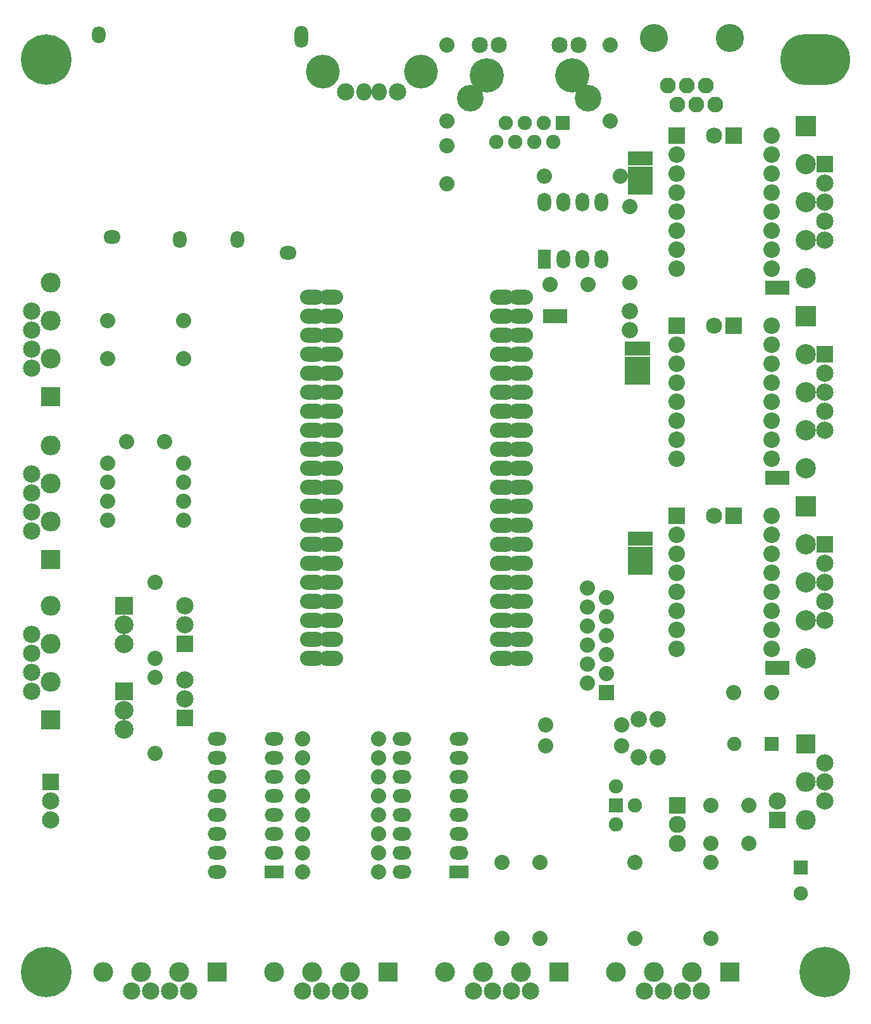
<source format=gbs>
G04 (created by PCBNEW-RS274X (2012-01-19 BZR 3256)-stable) date Fri 03 Jan 2014 10:12:11 AM CET*
G01*
G70*
G90*
%MOIN*%
G04 Gerber Fmt 3.4, Leading zero omitted, Abs format*
%FSLAX34Y34*%
G04 APERTURE LIST*
%ADD10C,0.006000*%
%ADD11R,0.071200X0.098700*%
%ADD12O,0.071200X0.098700*%
%ADD13C,0.090000*%
%ADD14R,0.090000X0.090000*%
%ADD15R,0.098700X0.071200*%
%ADD16O,0.098700X0.071200*%
%ADD17O,0.126300X0.079100*%
%ADD18R,0.067200X0.077000*%
%ADD19C,0.180000*%
%ADD20R,0.075000X0.075000*%
%ADD21C,0.075000*%
%ADD22C,0.140000*%
%ADD23C,0.085000*%
%ADD24C,0.080000*%
%ADD25C,0.086000*%
%ADD26C,0.098700*%
%ADD27R,0.094800X0.094800*%
%ADD28O,0.079100X0.090900*%
%ADD29C,0.090900*%
%ADD30C,0.177500*%
%ADD31R,0.085000X0.085000*%
%ADD32R,0.090900X0.090900*%
%ADD33C,0.083000*%
%ADD34C,0.148000*%
%ADD35R,0.080000X0.080000*%
%ADD36O,0.370400X0.266100*%
%ADD37C,0.266100*%
%ADD38R,0.086900X0.086900*%
%ADD39C,0.086900*%
%ADD40R,0.104600X0.104600*%
%ADD41C,0.104600*%
%ADD42R,0.106600X0.106600*%
%ADD43C,0.106600*%
%ADD44O,0.090400X0.070900*%
%ADD45O,0.070900X0.090400*%
%ADD46O,0.070900X0.117800*%
G04 APERTURE END LIST*
G54D10*
G54D11*
X40250Y-26500D03*
G54D12*
X41250Y-26500D03*
X42250Y-26500D03*
X43250Y-26500D03*
X43250Y-23500D03*
X42250Y-23500D03*
X41250Y-23500D03*
X40250Y-23500D03*
G54D13*
X47250Y-57250D03*
X47250Y-56250D03*
G54D14*
X47250Y-55250D03*
G54D15*
X26000Y-58750D03*
G54D16*
X26000Y-57750D03*
X26000Y-56750D03*
X26000Y-55750D03*
X26000Y-54750D03*
X26000Y-53750D03*
X26000Y-52750D03*
X26000Y-51750D03*
X23000Y-51750D03*
X23000Y-52750D03*
X23000Y-53750D03*
X23000Y-54750D03*
X23000Y-55750D03*
X23000Y-56750D03*
X23000Y-57750D03*
X23000Y-58750D03*
G54D15*
X35750Y-58750D03*
G54D16*
X35750Y-57750D03*
X35750Y-56750D03*
X35750Y-55750D03*
X35750Y-54750D03*
X35750Y-53750D03*
X35750Y-52750D03*
X35750Y-51750D03*
X32750Y-51750D03*
X32750Y-52750D03*
X32750Y-53750D03*
X32750Y-54750D03*
X32750Y-55750D03*
X32750Y-56750D03*
X32750Y-57750D03*
X32750Y-58750D03*
G54D17*
X39000Y-28500D03*
X39000Y-29500D03*
X39000Y-30500D03*
X39000Y-31500D03*
X39000Y-32500D03*
X39000Y-33500D03*
X39000Y-34500D03*
X39000Y-35500D03*
X39000Y-36500D03*
X39000Y-37500D03*
X39000Y-38500D03*
X39000Y-39500D03*
X39000Y-40500D03*
X39000Y-41500D03*
X39000Y-42500D03*
X39000Y-43500D03*
X39000Y-44500D03*
X39000Y-45500D03*
X39000Y-46500D03*
X39000Y-47500D03*
X28000Y-47500D03*
X28000Y-46500D03*
X28000Y-45500D03*
X28000Y-44500D03*
X28000Y-43500D03*
X28000Y-42500D03*
X28000Y-41500D03*
X28000Y-40500D03*
X28000Y-39500D03*
X28000Y-38500D03*
X28000Y-37500D03*
X28000Y-36500D03*
X28000Y-35500D03*
X28000Y-34500D03*
X28000Y-33500D03*
X28000Y-32500D03*
X28000Y-31500D03*
X28000Y-30500D03*
X28000Y-29500D03*
X28000Y-28500D03*
X29000Y-28500D03*
X29000Y-29500D03*
X29000Y-30500D03*
X29000Y-31500D03*
X29000Y-32500D03*
X29000Y-33500D03*
X29000Y-34500D03*
X29000Y-35500D03*
X29000Y-36500D03*
X29000Y-37500D03*
X29000Y-38500D03*
X29000Y-39500D03*
X29000Y-40500D03*
X29000Y-41500D03*
X29000Y-42500D03*
X29000Y-43500D03*
X29000Y-44500D03*
X29000Y-45500D03*
X29000Y-46500D03*
X29000Y-47500D03*
X38000Y-47500D03*
X38000Y-46500D03*
X38000Y-45500D03*
X38000Y-44500D03*
X38000Y-43500D03*
X38000Y-42500D03*
X38000Y-41500D03*
X38000Y-40500D03*
X38000Y-39500D03*
X38000Y-38500D03*
X38000Y-37500D03*
X38000Y-36500D03*
X38000Y-35500D03*
X38000Y-34500D03*
X38000Y-33500D03*
X38000Y-32500D03*
X38000Y-31500D03*
X38000Y-30500D03*
X38000Y-29500D03*
X38000Y-28500D03*
G54D18*
X41100Y-29500D03*
X40500Y-29500D03*
X52800Y-28000D03*
X52200Y-28000D03*
X52800Y-38000D03*
X52200Y-38000D03*
X52800Y-48000D03*
X52200Y-48000D03*
G54D19*
X37200Y-16850D03*
X41700Y-16850D03*
G54D20*
X41200Y-19350D03*
G54D21*
X40700Y-20350D03*
X40200Y-19350D03*
X39700Y-20350D03*
X39200Y-19350D03*
X38700Y-20350D03*
X38200Y-19350D03*
X37700Y-20350D03*
G54D22*
X42550Y-18050D03*
X36350Y-18050D03*
G54D23*
X42050Y-15250D03*
X41060Y-15250D03*
X37840Y-15250D03*
X36850Y-15250D03*
G54D24*
X50200Y-49300D03*
X52200Y-49300D03*
X20250Y-36100D03*
X18250Y-36100D03*
X35100Y-22550D03*
X35100Y-20550D03*
X51000Y-57250D03*
X49000Y-57250D03*
X51000Y-55250D03*
X49000Y-55250D03*
G54D25*
X44750Y-29250D03*
X44750Y-30250D03*
X45200Y-50700D03*
X46200Y-50700D03*
G54D20*
X52200Y-52000D03*
G54D21*
X50231Y-52000D03*
G54D20*
X53750Y-58500D03*
G54D21*
X53750Y-59878D03*
G54D26*
X18100Y-51250D03*
X18100Y-50250D03*
G54D27*
X18100Y-49250D03*
G54D26*
X18100Y-46750D03*
X18100Y-45750D03*
G54D27*
X18100Y-44750D03*
G54D28*
X30755Y-17720D03*
X31545Y-17720D03*
G54D29*
X29775Y-17720D03*
G54D30*
X28565Y-16650D03*
X33735Y-16650D03*
G54D29*
X32525Y-17720D03*
G54D25*
X45200Y-52700D03*
X46200Y-52700D03*
G54D18*
X45625Y-21200D03*
X44975Y-22750D03*
X44975Y-21200D03*
X45625Y-22000D03*
X44975Y-22000D03*
X45625Y-22750D03*
X45475Y-31200D03*
X44825Y-32750D03*
X44825Y-31200D03*
X45475Y-32000D03*
X44825Y-32000D03*
X45475Y-32750D03*
X45625Y-41200D03*
X44975Y-42750D03*
X44975Y-41200D03*
X45625Y-42000D03*
X44975Y-42000D03*
X45625Y-42750D03*
G54D31*
X50212Y-40000D03*
G54D23*
X49188Y-40000D03*
G54D31*
X50212Y-30000D03*
G54D23*
X49188Y-30000D03*
G54D31*
X50212Y-20000D03*
G54D23*
X49188Y-20000D03*
G54D32*
X14250Y-54000D03*
G54D29*
X14250Y-55000D03*
X14250Y-56000D03*
G54D32*
X21300Y-50650D03*
G54D29*
X21300Y-49650D03*
X21300Y-48650D03*
G54D32*
X21300Y-46750D03*
G54D29*
X21300Y-45750D03*
X21300Y-44750D03*
G54D33*
X47750Y-17375D03*
X48750Y-17375D03*
X46750Y-17375D03*
X49250Y-18375D03*
X48250Y-18375D03*
X47250Y-18375D03*
G54D34*
X46000Y-14875D03*
X50000Y-14875D03*
G54D24*
X45000Y-58250D03*
X45000Y-62250D03*
X27500Y-58750D03*
X31500Y-58750D03*
X27500Y-56750D03*
X31500Y-56750D03*
X40300Y-51000D03*
X44300Y-51000D03*
X49000Y-58250D03*
X49000Y-62250D03*
X27500Y-54750D03*
X31500Y-54750D03*
X27500Y-52750D03*
X31500Y-52750D03*
X27500Y-55750D03*
X31500Y-55750D03*
X27500Y-53750D03*
X31500Y-53750D03*
X27500Y-51750D03*
X31500Y-51750D03*
X19750Y-43500D03*
X19750Y-47500D03*
X19750Y-48500D03*
X19750Y-52500D03*
X21250Y-39250D03*
X17250Y-39250D03*
X17250Y-29750D03*
X21250Y-29750D03*
X44300Y-52100D03*
X40300Y-52100D03*
X44750Y-27750D03*
X44750Y-23750D03*
X35100Y-19250D03*
X35100Y-15250D03*
X43700Y-19250D03*
X43700Y-15250D03*
X44250Y-22150D03*
X40250Y-22150D03*
X27500Y-57750D03*
X31500Y-57750D03*
X40000Y-58250D03*
X40000Y-62250D03*
X38000Y-58250D03*
X38000Y-62250D03*
X21250Y-40250D03*
X17250Y-40250D03*
X21250Y-37250D03*
X17250Y-37250D03*
X17250Y-38250D03*
X21250Y-38250D03*
X17250Y-31750D03*
X21250Y-31750D03*
G54D35*
X43500Y-49300D03*
G54D24*
X42500Y-48800D03*
X43500Y-48300D03*
X42500Y-47800D03*
X43500Y-47300D03*
X42500Y-46800D03*
X43500Y-46300D03*
X42500Y-45800D03*
X43500Y-45300D03*
X42500Y-44800D03*
X43500Y-44300D03*
X42500Y-43800D03*
G54D36*
X54500Y-16000D03*
G54D37*
X55000Y-64000D03*
X14000Y-64000D03*
X14000Y-16000D03*
G54D38*
X47200Y-40000D03*
G54D39*
X47200Y-41000D03*
X47200Y-42000D03*
X47200Y-43000D03*
X47200Y-44000D03*
X47200Y-45000D03*
X47200Y-46000D03*
X47200Y-47000D03*
X52200Y-47000D03*
X52200Y-46000D03*
X52200Y-45000D03*
X52200Y-44000D03*
X52200Y-43000D03*
X52200Y-42000D03*
X52200Y-41000D03*
X52200Y-40000D03*
G54D38*
X47200Y-30000D03*
G54D39*
X47200Y-31000D03*
X47200Y-32000D03*
X47200Y-33000D03*
X47200Y-34000D03*
X47200Y-35000D03*
X47200Y-36000D03*
X47200Y-37000D03*
X52200Y-37000D03*
X52200Y-36000D03*
X52200Y-35000D03*
X52200Y-34000D03*
X52200Y-33000D03*
X52200Y-32000D03*
X52200Y-31000D03*
X52200Y-30000D03*
G54D38*
X47200Y-20000D03*
G54D39*
X47200Y-21000D03*
X47200Y-22000D03*
X47200Y-23000D03*
X47200Y-24000D03*
X47200Y-25000D03*
X47200Y-26000D03*
X47200Y-27000D03*
X52200Y-27000D03*
X52200Y-26000D03*
X52200Y-25000D03*
X52200Y-24000D03*
X52200Y-23000D03*
X52200Y-22000D03*
X52200Y-21000D03*
X52200Y-20000D03*
G54D40*
X23000Y-64000D03*
G54D41*
X21000Y-64000D03*
X19000Y-64000D03*
X17000Y-64000D03*
G54D29*
X21500Y-65000D03*
X20500Y-65000D03*
X19500Y-65000D03*
X18500Y-65000D03*
G54D40*
X14250Y-33750D03*
G54D41*
X14250Y-31750D03*
X14250Y-29750D03*
X14250Y-27750D03*
G54D29*
X13250Y-32250D03*
X13250Y-31250D03*
X13250Y-30250D03*
X13250Y-29250D03*
G54D40*
X32000Y-64000D03*
G54D41*
X30000Y-64000D03*
X28000Y-64000D03*
X26000Y-64000D03*
G54D29*
X30500Y-65000D03*
X29500Y-65000D03*
X28500Y-65000D03*
X27500Y-65000D03*
G54D40*
X50000Y-64000D03*
G54D41*
X48000Y-64000D03*
X46000Y-64000D03*
X44000Y-64000D03*
G54D29*
X48500Y-65000D03*
X47500Y-65000D03*
X46500Y-65000D03*
X45500Y-65000D03*
G54D40*
X41000Y-64000D03*
G54D41*
X39000Y-64000D03*
X37000Y-64000D03*
X35000Y-64000D03*
G54D29*
X39500Y-65000D03*
X38500Y-65000D03*
X37500Y-65000D03*
X36500Y-65000D03*
G54D40*
X14250Y-50750D03*
G54D41*
X14250Y-48750D03*
X14250Y-46750D03*
X14250Y-44750D03*
G54D29*
X13250Y-49250D03*
X13250Y-48250D03*
X13250Y-47250D03*
X13250Y-46250D03*
G54D40*
X14250Y-42300D03*
G54D41*
X14250Y-40300D03*
X14250Y-38300D03*
X14250Y-36300D03*
G54D29*
X13250Y-40800D03*
X13250Y-39800D03*
X13250Y-38800D03*
X13250Y-37800D03*
G54D32*
X52500Y-56000D03*
G54D29*
X52500Y-55000D03*
G54D20*
X44000Y-55250D03*
G54D21*
X44000Y-54250D03*
X44000Y-56250D03*
X45000Y-55250D03*
G54D42*
X54000Y-29500D03*
G54D43*
X54000Y-31500D03*
X54000Y-33500D03*
X54000Y-35500D03*
G54D32*
X55000Y-31500D03*
G54D29*
X55000Y-32500D03*
X55000Y-33500D03*
X55000Y-34500D03*
G54D43*
X54000Y-37500D03*
G54D29*
X55000Y-35500D03*
G54D42*
X54000Y-19500D03*
G54D43*
X54000Y-21500D03*
X54000Y-23500D03*
X54000Y-25500D03*
G54D32*
X55000Y-21500D03*
G54D29*
X55000Y-22500D03*
X55000Y-23500D03*
X55000Y-24500D03*
G54D43*
X54000Y-27500D03*
G54D29*
X55000Y-25500D03*
G54D42*
X54000Y-39500D03*
G54D43*
X54000Y-41500D03*
X54000Y-43500D03*
X54000Y-45500D03*
G54D32*
X55000Y-41500D03*
G54D29*
X55000Y-42500D03*
X55000Y-43500D03*
X55000Y-44500D03*
G54D43*
X54000Y-47500D03*
G54D29*
X55000Y-45500D03*
G54D24*
X40550Y-27850D03*
X42550Y-27850D03*
G54D44*
X26750Y-26182D03*
G54D45*
X24077Y-25465D03*
X21057Y-25465D03*
X16762Y-14717D03*
G54D44*
X17467Y-25323D03*
G54D46*
X27435Y-14820D03*
G54D40*
X54000Y-52000D03*
G54D41*
X54000Y-54000D03*
G54D29*
X55000Y-53000D03*
X55000Y-54000D03*
X55000Y-55000D03*
G54D41*
X54000Y-56000D03*
M02*

</source>
